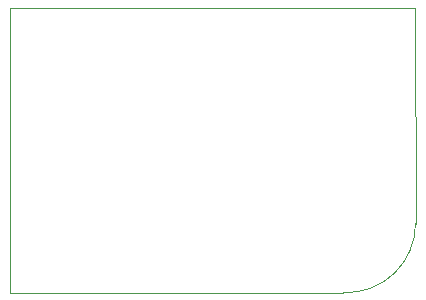
<source format=gm1>
%TF.GenerationSoftware,KiCad,Pcbnew,7.0.1*%
%TF.CreationDate,2023-05-29T15:36:50+02:00*%
%TF.ProjectId,stlink-converter,73746c69-6e6b-42d6-936f-6e7665727465,rev?*%
%TF.SameCoordinates,Original*%
%TF.FileFunction,Profile,NP*%
%FSLAX46Y46*%
G04 Gerber Fmt 4.6, Leading zero omitted, Abs format (unit mm)*
G04 Created by KiCad (PCBNEW 7.0.1) date 2023-05-29 15:36:50*
%MOMM*%
%LPD*%
G01*
G04 APERTURE LIST*
%TA.AperFunction,Profile*%
%ADD10C,0.050000*%
%TD*%
G04 APERTURE END LIST*
D10*
X120904000Y-91440000D02*
G75*
G03*
X127005519Y-85598000I254000J5842000D01*
G01*
X92710000Y-91440000D02*
X92710000Y-67310000D01*
X120904000Y-91440000D02*
X92710000Y-91440000D01*
X127000000Y-67310000D02*
X127005519Y-85598000D01*
X92710000Y-67310000D02*
X127000000Y-67310000D01*
M02*

</source>
